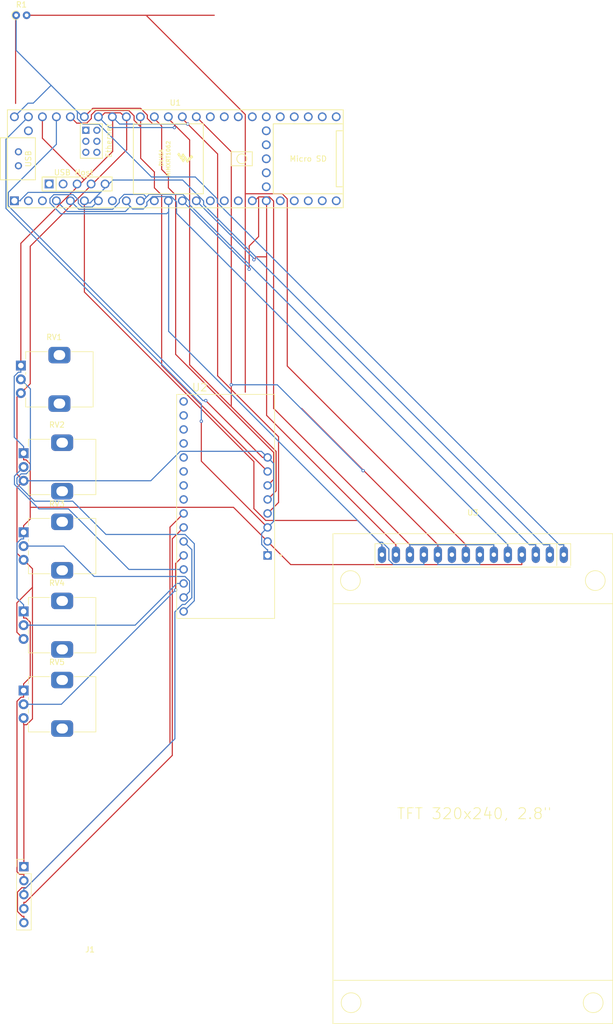
<source format=kicad_pcb>
(kicad_pcb (version 20240108) (generator "pcbnew") (generator_version "8.0")
  (layers (0 "F.Cu" signal) (31 "B.Cu" signal) (34 "B.Paste" user) (35 "F.Paste" user) (36 "B.SilkS" user "B.Silkscreen") (37 "F.SilkS" user "F.Silkscreen") (38 "B.Mask" user) (39 "F.Mask" user) (44 "Edge.Cuts" user))
  (net 0 "")
  (net 1 "Net-(U1-4_BCLK2)")
  (net 3 "Net-(U2-EN)")
  (net 61 "Net-(U1-VIN)")
  (net 62 "Net-(J1-Pin_2)")
  (net 63 "Net-(J1-Pin_3)")
  (net 64 "Net-(J1-Pin_1)")
  (net 65 "Net-(J1-Pin_4)")
  (net 66 "Net-(J1-Pin_5)")
  (net 67 "Net-(U2-C0)")
  (net 68 "Net-(U2-C3)")
  (net 69 "Net-(U2-C1)")
  (net 70 "Net-(U2-C2)")
  (net 71 "Net-(U2-C4)")
  (net 72 "Net-(U1-11_MOSI_CTX1)")
  (net 73 "Net-(U1-12_MISO_MQSL)")
  (net 74 "Net-(U1-19_A5_SCL)")
  (net 75 "Net-(U1-2_OUT2)")
  (net 76 "Net-(U1-22_A8_CTX1)")
  (net 77 "Net-(U1-21_A7_RX5_BCLK1)")
  (net 78 "Net-(U1-5_IN2)")
  (net 79 "Net-(U1-3_LRCLK2)")
  (net 80 "Net-(U1-13_SCK_LED)")
  (net 81 "Net-(U1-20_A6_TX5_LRCLK1)")
  (net 83 "Net-(U3-GND)")
  (net 84 "Net-(U3-LED)")
  (net 86 "Net-(U1-23_A9_CRX1_MCLK1)")
  (footprint "Potentiometer_THT:Potentiometer_Alps_RK09K_Single_Vertical" (layer "F.Cu") (at 15.95 122.65)
    (property "Reference" "RV4" (at 6.05 -5.15 0) (layer "F.SilkS"))
    (property "Value" "R_Potentiometer")
    (pad "1" thru_hole rect (at 0 0) (size 1.8 1.8) (drill 1) (layers "*.Cu" "*.Mask") (net 62 "Net-(J1-Pin_2)"))
    (pad "2" thru_hole circle (at 0 2.5) (size 1.8 1.8) (drill 1) (layers "*.Cu" "*.Mask") (net 70 "Net-(U2-C2)"))
    (pad "3" thru_hole circle (at 0 5) (size 1.8 1.8) (drill 1) (layers "*.Cu" "*.Mask") (net 64 "Net-(J1-Pin_1)"))
    (pad "MP" thru_hole roundrect (at 7 -1.9) (size 4 3) (drill oval 2.1 1.8) (layers "*.Cu" "*.Mask"))
    (pad "MP" thru_hole roundrect (at 7 6.9) (size 4 3) (drill oval 2.1 1.8) (layers "*.Cu" "*.Mask"))
  )
  (footprint "BOB-09056:MODULE_BOB-09056" (layer "F.Cu") (at 52.62 103.61)
    (property "Reference" "U2" (at -4.695 -21.589 0) (layer "F.SilkS") (effects (font (size 1.4 1.4))))
    (property "Value" "BOB-09056")
    (pad "JP1-1" thru_hole circle (at -7.62 19.05) (size 1.53 1.53) (drill 1.02) (layers "*.Cu" "*.Mask") (net 67 "Net-(U2-C0)"))
    (pad "JP1-2" thru_hole circle (at -7.62 16.51) (size 1.53 1.53) (drill 1.02) (layers "*.Cu" "*.Mask") (net 69 "Net-(U2-C1)"))
    (pad "JP1-3" thru_hole circle (at -7.62 13.97) (size 1.53 1.53) (drill 1.02) (layers "*.Cu" "*.Mask") (net 70 "Net-(U2-C2)"))
    (pad "JP1-4" thru_hole circle (at -7.62 11.43) (size 1.53 1.53) (drill 1.02) (layers "*.Cu" "*.Mask") (net 68 "Net-(U2-C3)"))
    (pad "JP1-5" thru_hole circle (at -7.62 8.89) (size 1.53 1.53) (drill 1.02) (layers "*.Cu" "*.Mask") (net 71 "Net-(U2-C4)"))
    (pad "JP1-6" thru_hole circle (at -7.62 6.35) (size 1.53 1.53) (drill 1.02) (layers "*.Cu" "*.Mask") (net 63 "Net-(J1-Pin_3)"))
    (pad "JP1-7" thru_hole circle (at -7.62 3.81) (size 1.53 1.53) (drill 1.02) (layers "*.Cu" "*.Mask") (net 65 "Net-(J1-Pin_4)"))
    (pad "JP1-8" thru_hole circle (at -7.62 1.27) (size 1.53 1.53) (drill 1.02) (layers "*.Cu" "*.Mask") (net 66 "Net-(J1-Pin_5)"))
    (pad "JP1-9" thru_hole circle (at -7.62 -1.27) (size 1.53 1.53) (drill 1.02) (layers "*.Cu" "*.Mask"))
    (pad "JP1-10" thru_hole circle (at -7.62 -3.81) (size 1.53 1.53) (drill 1.02) (layers "*.Cu" "*.Mask"))
    (pad "JP1-11" thru_hole circle (at -7.62 -6.35) (size 1.53 1.53) (drill 1.02) (layers "*.Cu" "*.Mask"))
    (pad "JP1-12" thru_hole circle (at -7.62 -8.89) (size 1.53 1.53) (drill 1.02) (layers "*.Cu" "*.Mask"))
    (pad "JP1-13" thru_hole circle (at -7.62 -11.43) (size 1.53 1.53) (drill 1.02) (layers "*.Cu" "*.Mask"))
    (pad "JP1-14" thru_hole circle (at -7.62 -13.97) (size 1.53 1.53) (drill 1.02) (layers "*.Cu" "*.Mask"))
    (pad "JP1-15" thru_hole circle (at -7.62 -16.51) (size 1.53 1.53) (drill 1.02) (layers "*.Cu" "*.Mask"))
    (pad "JP1-16" thru_hole circle (at -7.62 -19.05) (size 1.53 1.53) (drill 1.02) (layers "*.Cu" "*.Mask"))
    (pad "JP3-1" thru_hole rect (at 7.62 8.89) (size 1.53 1.53) (drill 1.02) (layers "*.Cu" "*.Mask") (net 64 "Net-(J1-Pin_1)"))
    (pad "JP3-2" thru_hole circle (at 7.62 6.35) (size 1.53 1.53) (drill 1.02) (layers "*.Cu" "*.Mask") (net 62 "Net-(J1-Pin_2)"))
    (pad "JP3-3" thru_hole circle (at 7.62 3.81) (size 1.53 1.53) (drill 1.02) (layers "*.Cu" "*.Mask") (net 3 "Net-(U2-EN)"))
    (pad "JP3-4" thru_hole circle (at 7.62 1.27) (size 1.53 1.53) (drill 1.02) (layers "*.Cu" "*.Mask") (net 74 "Net-(U1-19_A5_SCL)"))
    (pad "JP3-5" thru_hole circle (at 7.62 -1.27) (size 1.53 1.53) (drill 1.02) (layers "*.Cu" "*.Mask") (net 81 "Net-(U1-20_A6_TX5_LRCLK1)"))
    (pad "JP3-6" thru_hole circle (at 7.62 -3.81) (size 1.53 1.53) (drill 1.02) (layers "*.Cu" "*.Mask") (net 77 "Net-(U1-21_A7_RX5_BCLK1)"))
    (pad "JP3-7" thru_hole circle (at 7.62 -6.35) (size 1.53 1.53) (drill 1.02) (layers "*.Cu" "*.Mask") (net 76 "Net-(U1-22_A8_CTX1)"))
    (pad "JP3-8" thru_hole circle (at 7.62 -8.89) (size 1.53 1.53) (drill 1.02) (layers "*.Cu" "*.Mask") (net 86 "Net-(U1-23_A9_CRX1_MCLK1)"))
  )
  (footprint "Resistor_THT:R_Axial_DIN0204_L3.6mm_D1.6mm_P1.90mm_Vertical" (layer "F.Cu") (at 14.6 14.5)
    (property "Reference" "R1" (at 0.95 -1.92 0) (layer "F.SilkS"))
    (property "Value" "R")
    (pad "1" thru_hole circle (at 0 0) (size 1.4 1.4) (drill 0.7) (layers "*.Cu" "*.Mask") (net 61 "Net-(U1-VIN)"))
    (pad "2" thru_hole oval (at 1.9 0) (size 1.4 1.4) (drill 0.7) (layers "*.Cu" "*.Mask") (net 84 "Net-(U3-LED)"))
  )
  (footprint "teensy.pretty-master:Teensy41" (layer "F.Cu") (at 43.49 40.54)
    (property "Reference" "U1" (at 0 -10.16 0) (layer "F.SilkS"))
    (property "Value" "Teensy4.1")
    (fp_text user "USB Host" (at -18.4658 2.4892 0) (layer "F.SilkS"))
    (fp_text user "DVJ6A" (at -2.54 -0.18 -90) (layer "F.SilkS") (effects (font (size 0.7 0.7))))
    (fp_text user "Ethernet" (at -12.065 -3.2766 90) (layer "F.SilkS"))
    (fp_text user "Micro SD" (at 24.13 0 0) (layer "F.SilkS"))
    (fp_text user "MIMXRT1062" (at -1.27 0 -90) (layer "F.SilkS") (effects (font (size 0.7 0.7))))
    (fp_text user "USB" (at -26.67 0 -90) (layer "F.SilkS"))
    (pad "1" thru_hole rect (at -29.21 7.62) (size 1.6 1.6) (drill 1.1) (layers "*.Cu" "*.Mask") (net 83 "Net-(U3-GND)"))
    (pad "2" thru_hole circle (at -26.67 7.62) (size 1.6 1.6) (drill 1.1) (layers "*.Cu" "*.Mask"))
    (pad "3" thru_hole circle (at -24.13 7.62) (size 1.6 1.6) (drill 1.1) (layers "*.Cu" "*.Mask"))
    (pad "4" thru_hole circle (at -21.59 7.62) (size 1.6 1.6) (drill 1.1) (layers "*.Cu" "*.Mask") (net 75 "Net-(U1-2_OUT2)"))
    (pad "5" thru_hole circle (at -19.05 7.62) (size 1.6 1.6) (drill 1.1) (layers "*.Cu" "*.Mask") (net 79 "Net-(U1-3_LRCLK2)"))
    (pad "6" thru_hole circle (at -16.51 7.62) (size 1.6 1.6) (drill 1.1) (layers "*.Cu" "*.Mask") (net 1 "Net-(U1-4_BCLK2)"))
    (pad "7" thru_hole circle (at -13.97 7.62) (size 1.6 1.6) (drill 1.1) (layers "*.Cu" "*.Mask") (net 78 "Net-(U1-5_IN2)"))
    (pad "8" thru_hole circle (at -11.43 7.62) (size 1.6 1.6) (drill 1.1) (layers "*.Cu" "*.Mask"))
    (pad "9" thru_hole circle (at -8.89 7.62) (size 1.6 1.6) (drill 1.1) (layers "*.Cu" "*.Mask"))
    (pad "10" thru_hole circle (at -6.35 7.62) (size 1.6 1.6) (drill 1.1) (layers "*.Cu" "*.Mask"))
    (pad "11" thru_hole circle (at -3.81 7.62) (size 1.6 1.6) (drill 1.1) (layers "*.Cu" "*.Mask"))
    (pad "12" thru_hole circle (at -1.27 7.62) (size 1.6 1.6) (drill 1.1) (layers "*.Cu" "*.Mask"))
    (pad "13" thru_hole circle (at 1.27 7.62) (size 1.6 1.6) (drill 1.1) (layers "*.Cu" "*.Mask") (net 72 "Net-(U1-11_MOSI_CTX1)"))
    (pad "14" thru_hole circle (at 3.81 7.62) (size 1.6 1.6) (drill 1.1) (layers "*.Cu" "*.Mask") (net 73 "Net-(U1-12_MISO_MQSL)"))
    (pad "15" thru_hole circle (at 6.35 7.62) (size 1.6 1.6) (drill 1.1) (layers "*.Cu" "*.Mask"))
    (pad "16" thru_hole circle (at 8.89 7.62) (size 1.6 1.6) (drill 1.1) (layers "*.Cu" "*.Mask"))
    (pad "17" thru_hole circle (at 11.43 7.62) (size 1.6 1.6) (drill 1.1) (layers "*.Cu" "*.Mask"))
    (pad "18" thru_hole circle (at 13.97 7.62) (size 1.6 1.6) (drill 1.1) (layers "*.Cu" "*.Mask"))
    (pad "19" thru_hole circle (at 16.51 7.62) (size 1.6 1.6) (drill 1.1) (layers "*.Cu" "*.Mask"))
    (pad "20" thru_hole circle (at 19.05 7.62) (size 1.6 1.6) (drill 1.1) (layers "*.Cu" "*.Mask"))
    (pad "21" thru_hole circle (at 21.59 7.62) (size 1.6 1.6) (drill 1.1) (layers "*.Cu" "*.Mask"))
    (pad "22" thru_hole circle (at 24.13 7.62) (size 1.6 1.6) (drill 1.1) (layers "*.Cu" "*.Mask"))
    (pad "23" thru_hole circle (at 26.67 7.62) (size 1.6 1.6) (drill 1.1) (layers "*.Cu" "*.Mask"))
    (pad "24" thru_hole circle (at 29.21 7.62) (size 1.6 1.6) (drill 1.1) (layers "*.Cu" "*.Mask"))
    (pad "25" thru_hole circle (at 29.21 -7.62) (size 1.6 1.6) (drill 1.1) (layers "*.Cu" "*.Mask"))
    (pad "26" thru_hole circle (at 26.67 -7.62) (size 1.6 1.6) (drill 1.1) (layers "*.Cu" "*.Mask"))
    (pad "27" thru_hole circle (at 24.13 -7.62) (size 1.6 1.6) (drill 1.1) (layers "*.Cu" "*.Mask"))
    (pad "28" thru_hole circle (at 21.59 -7.62) (size 1.6 1.6) (drill 1.1) (layers "*.Cu" "*.Mask"))
    (pad "29" thru_hole circle (at 19.05 -7.62) (size 1.6 1.6) (drill 1.1) (layers "*.Cu" "*.Mask"))
    (pad "30" thru_hole circle (at 16.51 -7.62) (size 1.6 1.6) (drill 1.1) (layers "*.Cu" "*.Mask"))
    (pad "31" thru_hole circle (at 13.97 -7.62) (size 1.6 1.6) (drill 1.1) (layers "*.Cu" "*.Mask"))
    (pad "32" thru_hole circle (at 11.43 -7.62) (size 1.6 1.6) (drill 1.1) (layers "*.Cu" "*.Mask"))
    (pad "33" thru_hole circle (at 8.89 -7.62) (size 1.6 1.6) (drill 1.1) (layers "*.Cu" "*.Mask"))
    (pad "34" thru_hole circle (at 6.35 -7.62) (size 1.6 1.6) (drill 1.1) (layers "*.Cu" "*.Mask"))
    (pad "35" thru_hole circle (at 3.81 -7.62) (size 1.6 1.6) (drill 1.1) (layers "*.Cu" "*.Mask") (net 80 "Net-(U1-13_SCK_LED)"))
    (pad "36" thru_hole circle (at 1.27 -7.62) (size 1.6 1.6) (drill 1.1) (layers "*.Cu" "*.Mask"))
    (pad "37" thru_hole circle (at -1.27 -7.62) (size 1.6 1.6) (drill 1.1) (layers "*.Cu" "*.Mask"))
    (pad "38" thru_hole circle (at -3.81 -7.62) (size 1.6 1.6) (drill 1.1) (layers "*.Cu" "*.Mask"))
    (pad "39" thru_hole circle (at -6.35 -7.62) (size 1.6 1.6) (drill 1.1) (layers "*.Cu" "*.Mask"))
    (pad "40" thru_hole circle (at -8.89 -7.62) (size 1.6 1.6) (drill 1.1) (layers "*.Cu" "*.Mask"))
    (pad "41" thru_hole circle (at -11.43 -7.62) (size 1.6 1.6) (drill 1.1) (layers "*.Cu" "*.Mask") (net 74 "Net-(U1-19_A5_SCL)"))
    (pad "42" thru_hole circle (at -13.97 -7.62) (size 1.6 1.6) (drill 1.1) (layers "*.Cu" "*.Mask") (net 81 "Net-(U1-20_A6_TX5_LRCLK1)"))
    (pad "43" thru_hole circle (at -16.51 -7.62) (size 1.6 1.6) (drill 1.1) (layers "*.Cu" "*.Mask") (net 77 "Net-(U1-21_A7_RX5_BCLK1)"))
    (pad "44" thru_hole circle (at -19.05 -7.62) (size 1.6 1.6) (drill 1.1) (layers "*.Cu" "*.Mask") (net 76 "Net-(U1-22_A8_CTX1)"))
    (pad "45" thru_hole circle (at -21.59 -7.62) (size 1.6 1.6) (drill 1.1) (layers "*.Cu" "*.Mask") (net 86 "Net-(U1-23_A9_CRX1_MCLK1)"))
    (pad "46" thru_hole circle (at -24.13 -7.62) (size 1.6 1.6) (drill 1.1) (layers "*.Cu" "*.Mask") (net 62 "Net-(J1-Pin_2)"))
    (pad "47" thru_hole circle (at -26.67 -7.62) (size 1.6 1.6) (drill 1.1) (layers "*.Cu" "*.Mask") (net 3 "Net-(U2-EN)"))
    (pad "48" thru_hole circle (at -29.21 -7.62) (size 1.6 1.6) (drill 1.1) (layers "*.Cu" "*.Mask") (net 61 "Net-(U1-VIN)"))
    (pad "49" thru_hole circle (at -26.67 -5.08) (size 1.6 1.6) (drill 1.1) (layers "*.Cu" "*.Mask"))
    (pad "50" thru_hole circle (at 16.51 5.08) (size 1.6 1.6) (drill 1.1) (layers "*.Cu" "*.Mask"))
    (pad "51" thru_hole circle (at 16.51 2.54) (size 1.6 1.6) (drill 1.1) (layers "*.Cu" "*.Mask"))
    (pad "52" thru_hole circle (at 16.51 0) (size 1.6 1.6) (drill 1.1) (layers "*.Cu" "*.Mask"))
    (pad "53" thru_hole circle (at 16.51 -2.54) (size 1.6 1.6) (drill 1.1) (layers "*.Cu" "*.Mask"))
    (pad "54" thru_hole circle (at 16.51 -5.08) (size 1.6 1.6) (drill 1.1) (layers "*.Cu" "*.Mask"))
    (pad "55" thru_hole rect (at -22.9108 4.5692) (size 1.6 1.6) (drill 1.1) (layers "*.Cu" "*.Mask"))
    (pad "56" thru_hole circle (at -20.3708 4.5692) (size 1.6 1.6) (drill 1.1) (layers "*.Cu" "*.Mask"))
    (pad "57" thru_hole circle (at -17.8308 4.5692) (size 1.6 1.6) (drill 1.1) (layers "*.Cu" "*.Mask"))
    (pad "58" thru_hole circle (at -15.2908 4.5692) (size 1.6 1.6) (drill 1.1) (layers "*.Cu" "*.Mask"))
    (pad "59" thru_hole circle (at -12.7508 4.5692) (size 1.6 1.6) (drill 1.1) (layers "*.Cu" "*.Mask"))
    (pad "60" thru_hole rect (at -16.24 -5.1816) (size 1.3 1.3) (drill 0.8) (layers "*.Cu" "*.Mask"))
    (pad "61" thru_hole circle (at -16.24 -3.1816) (size 1.3 1.3) (drill 0.8) (layers "*.Cu" "*.Mask"))
    (pad "62" thru_hole circle (at -16.24 -1.1816) (size 1.3 1.3) (drill 0.8) (layers "*.Cu" "*.Mask"))
    (pad "63" thru_hole circle (at -14.24 -1.1816) (size 1.3 1.3) (drill 0.8) (layers "*.Cu" "*.Mask"))
    (pad "64" thru_hole circle (at -14.24 -3.1816) (size 1.3 1.3) (drill 0.8) (layers "*.Cu" "*.Mask"))
    (pad "65" thru_hole circle (at -14.24 -5.1816) (size 1.3 1.3) (drill 0.8) (layers "*.Cu" "*.Mask"))
    (pad "66" thru_hole circle (at -28.48 -1.27) (size 1.3 1.3) (drill 0.8) (layers "*.Cu" "*.Mask"))
    (pad "67" thru_hole circle (at -28.48 1.27) (size 1.3 1.3) (drill 0.8) (layers "*.Cu" "*.Mask"))
  )
  (footprint "Potentiometer_THT:Potentiometer_Alps_RK09K_Single_Vertical" (layer "F.Cu") (at 15.95 93.95)
    (property "Reference" "RV2" (at 6.05 -5.15 0) (layer "F.SilkS"))
    (property "Value" "R_Potentiometer")
    (pad "1" thru_hole rect (at 0 0) (size 1.8 1.8) (drill 1) (layers "*.Cu" "*.Mask") (net 62 "Net-(J1-Pin_2)"))
    (pad "2" thru_hole circle (at 0 2.5) (size 1.8 1.8) (drill 1) (layers "*.Cu" "*.Mask") (net 68 "Net-(U2-C3)"))
    (pad "3" thru_hole circle (at 0 5) (size 1.8 1.8) (drill 1) (layers "*.Cu" "*.Mask") (net 64 "Net-(J1-Pin_1)"))
    (pad "MP" thru_hole roundrect (at 7 -1.9) (size 4 3) (drill oval 2.1 1.8) (layers "*.Cu" "*.Mask"))
    (pad "MP" thru_hole roundrect (at 7 6.9) (size 4 3) (drill oval 2.1 1.8) (layers "*.Cu" "*.Mask"))
  )
  (footprint "BOB-09056:TFT-320x240 (1)" (layer "F.Cu") (at 97.5 112.36 180)
    (property "Reference" "U3" (at 0 7.62 0) (layer "F.SilkS"))
    (property "Value" "TFT_320x240")
    (fp_text user "TFT 320x240, 2.8\"" (at -0.254 -46.99 0) (layer "F.SilkS") (effects (font (size 2 2))))
    (pad "1" thru_hole oval (at -16.51 0 180) (size 1.5 3) (drill 0.8) (layers "*.Cu" "*.Mask") (net 61 "Net-(U1-VIN)"))
    (pad "2" thru_hole oval (at -13.97 0 180) (size 1.5 3) (drill 0.8) (layers "*.Cu" "*.Mask") (net 83 "Net-(U3-GND)"))
    (pad "3" thru_hole oval (at -11.43 0 180) (size 1.5 3) (drill 0.8) (layers "*.Cu" "*.Mask") (net 79 "Net-(U1-3_LRCLK2)"))
    (pad "4" thru_hole oval (at -8.89 0 180) (size 1.5 3) (drill 0.8) (layers "*.Cu" "*.Mask") (net 62 "Net-(J1-Pin_2)"))
    (pad "5" thru_hole oval (at -6.35 0 180) (size 1.5 3) (drill 0.8) (layers "*.Cu" "*.Mask") (net 75 "Net-(U1-2_OUT2)"))
    (pad "6" thru_hole oval (at -3.81 0 180) (size 1.5 3) (drill 0.8) (layers "*.Cu" "*.Mask") (net 72 "Net-(U1-11_MOSI_CTX1)"))
    (pad "7" thru_hole oval (at -1.27 0 180) (size 1.5 3) (drill 0.8) (layers "*.Cu" "*.Mask") (net 80 "Net-(U1-13_SCK_LED)"))
    (pad "8" thru_hole oval (at 1.27 0 180) (size 1.5 3) (drill 0.8) (layers "*.Cu" "*.Mask") (net 84 "Net-(U3-LED)"))
    (pad "9" thru_hole oval (at 3.81 0 180) (size 1.5 3) (drill 0.8) (layers "*.Cu" "*.Mask"))
    (pad "10" thru_hole oval (at 6.35 0 180) (size 1.5 3) (drill 0.8) (layers "*.Cu" "*.Mask") (net 80 "Net-(U1-13_SCK_LED)"))
    (pad "11" thru_hole oval (at 8.89 0 180) (size 1.5 3) (drill 0.8) (layers "*.Cu" "*.Mask") (net 78 "Net-(U1-5_IN2)"))
    (pad "12" thru_hole oval (at 11.43 0 180) (size 1.5 3) (drill 0.8) (layers "*.Cu" "*.Mask") (net 72 "Net-(U1-11_MOSI_CTX1)"))
    (pad "13" thru_hole oval (at 13.97 0 180) (size 1.5 3) (drill 0.8) (layers "*.Cu" "*.Mask") (net 73 "Net-(U1-12_MISO_MQSL)"))
    (pad "14" thru_hole oval (at 16.51 0 180) (size 1.5 3) (drill 0.8) (layers "*.Cu" "*.Mask") (net 1 "Net-(U1-4_BCLK2)"))
  )
  (footprint "Connector_PinHeader_2.54mm:PinHeader_1x05_P2.54mm_Vertical" (layer "F.Cu") (at 16 168.96)
    (property "Reference" "J1" (at 12 15.04 0) (layer "F.SilkS"))
    (property "Value" "Conn_01x05")
    (pad "1" thru_hole rect (at 0 0) (size 1.7 1.7) (drill 1) (layers "*.Cu" "*.Mask") (net 64 "Net-(J1-Pin_1)"))
    (pad "2" thru_hole oval (at 0 2.54) (size 1.7 1.7) (drill 1) (layers "*.Cu" "*.Mask") (net 62 "Net-(J1-Pin_2)"))
    (pad "3" thru_hole oval (at 0 5.08) (size 1.7 1.7) (drill 1) (layers "*.Cu" "*.Mask") (net 63 "Net-(J1-Pin_3)"))
    (pad "4" thru_hole oval (at 0 7.62) (size 1.7 1.7) (drill 1) (layers "*.Cu" "*.Mask") (net 65 "Net-(J1-Pin_4)"))
    (pad "5" thru_hole oval (at 0 10.16) (size 1.7 1.7) (drill 1) (layers "*.Cu" "*.Mask") (net 66 "Net-(J1-Pin_5)"))
  )
  (footprint "Potentiometer_THT:Potentiometer_Alps_RK09K_Single_Vertical" (layer "F.Cu") (at 15.45 78.05)
    (property "Reference" "RV1" (at 6.05 -5.15 0) (layer "F.SilkS"))
    (property "Value" "R_Potentiometer")
    (pad "1" thru_hole rect (at 0 0) (size 1.8 1.8) (drill 1) (layers "*.Cu" "*.Mask") (net 62 "Net-(J1-Pin_2)"))
    (pad "2" thru_hole circle (at 0 2.5) (size 1.8 1.8) (drill 1) (layers "*.Cu" "*.Mask") (net 67 "Net-(U2-C0)"))
    (pad "3" thru_hole circle (at 0 5) (size 1.8 1.8) (drill 1) (layers "*.Cu" "*.Mask") (net 64 "Net-(J1-Pin_1)"))
    (pad "MP" thru_hole roundrect (at 7 -1.9) (size 4 3) (drill oval 2.1 1.8) (layers "*.Cu" "*.Mask"))
    (pad "MP" thru_hole roundrect (at 7 6.9) (size 4 3) (drill oval 2.1 1.8) (layers "*.Cu" "*.Mask"))
  )
  (footprint "Potentiometer_THT:Potentiometer_Alps_RK09K_Single_Vertical" (layer "F.Cu") (at 15.95 137)
    (property "Reference" "RV5" (at 6.05 -5.15 0) (layer "F.SilkS"))
    (property "Value" "R_Potentiometer")
    (pad "1" thru_hole rect (at 0 0) (size 1.8 1.8) (drill 1) (layers "*.Cu" "*.Mask") (net 62 "Net-(J1-Pin_2)"))
    (pad "2" thru_hole circle (at 0 2.5) (size 1.8 1.8) (drill 1) (layers "*.Cu" "*.Mask") (net 71 "Net-(U2-C4)"))
    (pad "3" thru_hole circle (at 0 5) (size 1.8 1.8) (drill 1) (layers "*.Cu" "*.Mask") (net 64 "Net-(J1-Pin_1)"))
    (pad "MP" thru_hole roundrect (at 7 -1.9) (size 4 3) (drill oval 2.1 1.8) (layers "*.Cu" "*.Mask"))
    (pad "MP" thru_hole roundrect (at 7 6.9) (size 4 3) (drill oval 2.1 1.8) (layers "*.Cu" "*.Mask"))
  )
  (footprint "Potentiometer_THT:Potentiometer_Alps_RK09K_Single_Vertical" (layer "F.Cu") (at 15.95 108.3)
    (property "Reference" "RV3" (at 6.05 -5.15 0) (layer "F.SilkS"))
    (property "Value" "R_Potentiometer")
    (pad "1" thru_hole rect (at 0 0) (size 1.8 1.8) (drill 1) (layers "*.Cu" "*.Mask") (net 62 "Net-(J1-Pin_2)"))
    (pad "2" thru_hole circle (at 0 2.5) (size 1.8 1.8) (drill 1) (layers "*.Cu" "*.Mask") (net 69 "Net-(U2-C1)"))
    (pad "3" thru_hole circle (at 0 5) (size 1.8 1.8) (drill 1) (layers "*.Cu" "*.Mask") (net 64 "Net-(J1-Pin_1)"))
    (pad "MP" thru_hole roundrect (at 7 -1.9) (size 4 3) (drill oval 2.1 1.8) (layers "*.Cu" "*.Mask"))
    (pad "MP" thru_hole roundrect (at 7 6.9) (size 4 3) (drill oval 2.1 1.8) (layers "*.Cu" "*.Mask"))
  )
  (segment (start 57.7567 95.4777) (end 26.98 64.701) (width 0.2) (layer "F.Cu") (net 1))
  (segment (start 57.7567 104.011) (end 57.7567 95.4777) (width 0.2) (layer "F.Cu") (net 1))
  (segment (start 80.99 110.558) (end 76.5817 106.15) (width 0.2) (layer "F.Cu") (net 1))
  (segment (start 76.5817 106.15) (end 59.8953 106.15) (width 0.2) (layer "F.Cu") (net 1))
  (segment (start 80.99 112.36) (end 80.99 110.558) (width 0.2) (layer "F.Cu") (net 1))
  (segment (start 59.8953 106.15) (end 57.7567 104.011) (width 0.2) (layer "F.Cu") (net 1))
  (segment (start 26.98 64.701) (end 26.98 48.16) (width 0.2) (layer "F.Cu") (net 1))
  (segment (start 60.24 107.42) (end 48.2102 95.3902) (width 0.2) (layer "F.Cu") (net 3))
  (segment (start 48.2102 95.3902) (end 48.2102 88.152) (width 0.2) (layer "F.Cu") (net 3))
  (via (at 48.2102 88.152) (size 0.6) (drill 0.3) (layers "F.Cu" "B.Cu") (net 3))
  (segment (start 12.7494 49.5501) (end 48.2102 85.0109) (width 0.2) (layer "B.Cu") (net 3))
  (segment (start 48.2102 85.0109) (end 48.2102 88.152) (width 0.2) (layer "B.Cu") (net 3))
  (segment (start 16.82 32.92) (end 12.7494 36.9906) (width 0.2) (layer "B.Cu") (net 3))
  (segment (start 12.7494 36.9906) (end 12.7494 49.5501) (width 0.2) (layer "B.Cu") (net 3))
  (segment (start 14.6 14.5) (end 14.5 14.6) (width 0.2) (layer "F.Cu") (net 61))
  (segment (start 14.5 14.6) (end 14.5 30.5) (width 0.2) (layer "F.Cu") (net 61))
  (segment (start 20.9394 27.2093) (end 17.7011 30.4476) (width 0.2) (layer "B.Cu") (net 61))
  (segment (start 25.71 31.98) (end 20.9394 27.2093) (width 0.2) (layer "B.Cu") (net 61))
  (segment (start 16.7524 30.4476) (end 14.28 32.92) (width 0.2) (layer "B.Cu") (net 61))
  (segment (start 25.71 33.2551) (end 25.71 31.98) (width 0.2) (layer "B.Cu") (net 61))
  (segment (start 51.11 47.8289) (end 47.1184 43.8373) (width 0.2) (layer "B.Cu") (net 61))
  (segment (start 17.7011 30.4476) (end 16.7524 30.4476) (width 0.2) (layer "B.Cu") (net 61))
  (segment (start 47.1184 43.8373) (end 39.1592 43.8373) (width 0.2) (layer "B.Cu") (net 61))
  (segment (start 114.01 112.36) (end 114.01 110.558) (width 0.2) (layer "B.Cu") (net 61))
  (segment (start 29.5921 34.2702) (end 26.7251 34.2702) (width 0.2) (layer "B.Cu") (net 61))
  (segment (start 20.9394 27.2093) (end 14.6 20.87) (width 0.2) (layer "B.Cu") (net 61))
  (segment (start 27.0408 33.3108) (end 25.71 31.98) (width 0.2) (layer "B.Cu") (net 61))
  (segment (start 114.01 110.558) (end 113.189 110.558) (width 0.2) (layer "B.Cu") (net 61))
  (segment (start 39.1592 43.8373) (end 29.5921 34.2702) (width 0.2) (layer "B.Cu") (net 61))
  (segment (start 14.6 20.87) (end 14.6 14.5) (width 0.2) (layer "B.Cu") (net 61))
  (segment (start 113.189 110.558) (end 51.11 48.4791) (width 0.2) (layer "B.Cu") (net 61))
  (segment (start 26.7251 34.2702) (end 25.71 33.2551) (width 0.2) (layer "B.Cu") (net 61))
  (segment (start 51.11 48.4791) (end 51.11 47.8289) (width 0.2) (layer "B.Cu") (net 61))
  (segment (start 15.95 137) (end 15.95 138.202) (width 0.2) (layer "F.Cu") (net 62))
  (segment (start 17.1517 103.767) (end 17.1517 95.9027) (width 0.2) (layer "F.Cu") (net 62))
  (segment (start 15.45 78.05) (end 15.45 55.8676) (width 0.2) (layer "F.Cu") (net 62))
  (segment (start 16.3918 123.852) (end 15.95 123.852) (width 0.2) (layer "F.Cu") (net 62))
  (segment (start 17.1517 105.897) (end 17.1517 103.767) (width 0.2) (layer "F.Cu") (net 62))
  (segment (start 54.0469 103.767) (end 60.24 109.96) (width 0.2) (layer "F.Cu") (net 62))
  (segment (start 19.36 36.8082) (end 19.36 32.92) (width 0.2) (layer "F.Cu") (net 62))
  (segment (start 14.7483 138.953) (end 14.7483 169.888) (width 0.2) (layer "F.Cu") (net 62))
  (segment (start 15.45 55.8676) (end 26.9347 44.3829) (width 0.2) (layer "F.Cu") (net 62))
  (segment (start 16 170.348) (end 16 171.5) (width 0.2) (layer "F.Cu") (net 62))
  (segment (start 15.95 138.202) (end 15.4993 138.202) (width 0.2) (layer "F.Cu") (net 62))
  (segment (start 16.4007 95.1517) (end 15.95 95.1517) (width 0.2) (layer "F.Cu") (net 62))
  (segment (start 32.1208 39.1968) (end 32.1208 33.3108) (width 0.2) (layer "F.Cu") (net 62))
  (segment (start 17.1517 103.767) (end 54.0469 103.767) (width 0.2) (layer "F.Cu") (net 62))
  (segment (start 15.2082 170.348) (end 16 170.348) (width 0.2) (layer "F.Cu") (net 62))
  (segment (start 15.95 95.1517) (end 15.95 93.95) (width 0.2) (layer "F.Cu") (net 62))
  (segment (start 17.1552 134.593) (end 17.1552 124.615) (width 0.2) (layer "F.Cu") (net 62))
  (segment (start 106.39 114.162) (end 64.4417 114.162) (width 0.2) (layer "F.Cu") (net 62))
  (segment (start 14.7483 169.888) (end 15.2082 170.348) (width 0.2) (layer "F.Cu") (net 62))
  (segment (start 26.9347 44.3829) (end 19.36 36.8082) (width 0.2) (layer "F.Cu") (net 62))
  (segment (start 17.1517 95.9027) (end 16.4007 95.1517) (width 0.2) (layer "F.Cu") (net 62))
  (segment (start 15.4993 138.202) (end 14.7483 138.953) (width 0.2) (layer "F.Cu") (net 62))
  (segment (start 26.9347 44.3829) (end 32.1208 39.1968) (width 0.2) (layer "F.Cu") (net 62))
  (segment (start 15.95 108.3) (end 15.95 107.098) (width 0.2) (layer "F.Cu") (net 62))
  (segment (start 15.95 123.852) (end 15.95 122.65) (width 0.2) (layer "F.Cu") (net 62))
  (segment (start 64.4417 114.162) (end 60.24 109.96) (width 0.2) (layer "F.Cu") (net 62))
  (segment (start 106.39 112.36) (end 106.39 114.162) (width 0.2) (layer "F.Cu") (net 62))
  (segment (start 17.1552 124.615) (end 16.3918 123.852) (width 0.2) (layer "F.Cu") (net 62))
  (segment (start 15.95 137) (end 15.95 135.798) (width 0.2) (layer "F.Cu") (net 62))
  (segment (start 15.95 135.798) (end 17.1552 134.593) (width 0.2) (layer "F.Cu") (net 62))
  (segment (start 15.95 107.098) (end 17.1517 105.897) (width 0.2) (layer "F.Cu") (net 62))
  (segment (start 15.45 79.2517) (end 14.9993 79.2517) (width 0.2) (layer "B.Cu") (net 62))
  (segment (start 14.7483 120.247) (end 15.95 121.448) (width 0.2) (layer "B.Cu") (net 62))
  (segment (start 15.45 78.05) (end 15.45 79.2517) (width 0.2) (layer "B.Cu") (net 62))
  (segment (start 14.2483 91.0466) (end 15.95 92.7483) (width 0.2) (layer "B.Cu") (net 62))
  (segment (start 15.95 121.448) (end 15.95 122.65) (width 0.2) (layer "B.Cu") (net 62))
  (segment (start 15.95 109.502) (end 15.4994 109.502) (width 0.2) (layer "B.Cu") (net 62))
  (segment (start 14.7483 110.253) (end 14.7483 120.247) (width 0.2) (layer "B.Cu") (net 62))
  (segment (start 15.95 108.3) (end 15.95 109.502) (width 0.2) (layer "B.Cu") (net 62))
  (segment (start 14.9993 79.2517) (end 14.2483 80.0027) (width 0.2) (layer "B.Cu") (net 62))
  (segment (start 15.4994 109.502) (end 14.7483 110.253) (width 0.2) (layer "B.Cu") (net 62))
  (segment (start 15.95 92.7483) (end 15.95 93.95) (width 0.2) (layer "B.Cu") (net 62))
  (segment (start 14.2483 80.0027) (end 14.2483 91.0466) (width 0.2) (layer "B.Cu") (net 62))
  (segment (start 16 172.888) (end 16.2879 172.888) (width 0.2) (layer "B.Cu") (net 63))
  (segment (start 16 174.04) (end 16 172.888) (width 0.2) (layer "B.Cu") (net 63))
  (segment (start 16.2879 172.888) (end 43.4151 145.761) (width 0.2) (layer "B.Cu") (net 63))
  (segment (start 43.4151 145.761) (end 43.4151 122.728) (width 0.2) (layer "B.Cu") (net 63))
  (segment (start 44.7533 121.39) (end 45.2541 121.39) (width 0.2) (layer "B.Cu") (net 63))
  (segment (start 46.4901 111.45) (end 45 109.96) (width 0.2) (layer "B.Cu") (net 63))
  (segment (start 45.2541 121.39) (end 46.4901 120.154) (width 0.2) (layer "B.Cu") (net 63))
  (segment (start 46.4901 120.154) (end 46.4901 111.45) (width 0.2) (layer "B.Cu") (net 63))
  (segment (start 43.4151 122.728) (end 44.7533 121.39) (width 0.2) (layer "B.Cu") (net 63))
  (segment (start 17.5569 118.278) (end 17.5569 114.907) (width 0.2) (layer "F.Cu") (net 64))
  (segment (start 34.6608 38.9041) (end 34.6608 33.3108) (width 0.2) (layer "F.Cu") (net 64))
  (segment (start 14.7483 100.152) (end 15.95 98.95) (width 0.2) (layer "F.Cu") (net 64))
  (segment (start 17.1515 56.4134) (end 34.6608 38.9041) (width 0.2) (layer "F.Cu") (net 64))
  (segment (start 17.5569 142.152) (end 17.5569 118.278) (width 0.2) (layer "F.Cu") (net 64))
  (segment (start 14.7314 121.104) (end 14.7314 126.431) (width 0.2) (layer "F.Cu") (net 64))
  (segment (start 17.1515 81.3485) (end 17.1515 56.4134) (width 0.2) (layer "F.Cu") (net 64))
  (segment (start 15.95 98.95) (end 14.7483 97.7483) (width 0.2) (layer "F.Cu") (net 64))
  (segment (start 17.5569 114.907) (end 15.95 113.3) (width 0.2) (layer "F.Cu") (net 64))
  (segment (start 15.95 142) (end 15.95 143.153) (width 0.2) (layer "F.Cu") (net 64))
  (segment (start 14.7483 83.7517) (end 15.45 83.05) (width 0.2) (layer "F.Cu") (net 64))
  (segment (start 15.95 113.3) (end 14.7483 112.098) (width 0.2) (layer "F.Cu") (net 64))
  (segment (start 15.95 143.153) (end 16 143.203) (width 0.2) (layer "F.Cu") (net 64))
  (segment (start 34.6608 33.3108) (end 33.5448 32.1948) (width 0.2) (layer "F.Cu") (net 64))
  (segment (start 15.45 83.05) (end 17.1515 81.3485) (width 0.2) (layer "F.Cu") (net 64))
  (segment (start 16 143.203) (end 16.5055 143.203) (width 0.2) (layer "F.Cu") (net 64))
  (segment (start 16 143.203) (end 16 168.96) (width 0.2) (layer "F.Cu") (net 64))
  (segment (start 14.7483 97.7483) (end 14.7483 83.7517) (width 0.2) (layer "F.Cu") (net 64))
  (segment (start 16.5055 143.203) (end 17.5569 142.152) (width 0.2) (layer "F.Cu") (net 64))
  (segment (start 14.7483 112.098) (end 14.7483 100.152) (width 0.2) (layer "F.Cu") (net 64))
  (segment (start 14.7314 126.431) (end 15.95 127.65) (width 0.2) (layer "F.Cu") (net 64))
  (segment (start 33.5448 32.1948) (end 30.6968 32.1948) (width 0.2) (layer "F.Cu") (net 64))
  (segment (start 17.5569 118.278) (end 14.7314 121.104) (width 0.2) (layer "F.Cu") (net 64))
  (segment (start 30.6968 32.1948) (end 29.5808 33.3108) (width 0.2) (layer "F.Cu") (net 64))
  (segment (start 61.3447 106.315) (end 60.24 107.42) (width 0.2) (layer "B.Cu") (net 64))
  (segment (start 15.95 98.95) (end 39.04 98.95) (width 0.2) (layer "B.Cu") (net 64))
  (segment (start 59.1733 108.487) (end 59.1733 110.5) (width 0.2) (layer "B.Cu") (net 64))
  (segment (start 60.1065 111.433) (end 60.24 111.433) (width 0.2) (layer "B.Cu") (net 64))
  (segment (start 59.1262 93.6062) (end 61.3447 95.8247) (width 0.2) (layer "B.Cu") (net 64))
  (segment (start 44.3838 93.6062) (end 59.1262 93.6062) (width 0.2) (layer "B.Cu") (net 64))
  (segment (start 60.24 111.433) (end 60.24 112.5) (width 0.2) (layer "B.Cu") (net 64))
  (segment (start 59.1733 110.5) (end 60.1065 111.433) (width 0.2) (layer "B.Cu") (net 64))
  (segment (start 39.04 98.95) (end 44.3838 93.6062) (width 0.2) (layer "B.Cu") (net 64))
  (segment (start 61.3447 95.8247) (end 61.3447 106.315) (width 0.2) (layer "B.Cu") (net 64))
  (segment (start 60.24 107.42) (end 59.1733 108.487) (width 0.2) (layer "B.Cu") (net 64))
  (segment (start 45 107.42) (end 42.9403 109.48) (width 0.2) (layer "F.Cu") (net 65))
  (segment (start 16.2879 175.428) (end 16 175.428) (width 0.2) (layer "F.Cu") (net 65))
  (segment (start 42.9403 148.776) (end 16.2879 175.428) (width 0.2) (layer "F.Cu") (net 65))
  (segment (start 42.9403 109.48) (end 42.9403 148.776) (width 0.2) (layer "F.Cu") (net 65))
  (segment (start 16 175.428) (end 16 176.58) (width 0.2) (layer "F.Cu") (net 65))
  (segment (start 15.6327 172.77) (end 16.3914 172.77) (width 0.2) (layer "F.Cu") (net 66))
  (segment (start 14.843 173.56) (end 15.6327 172.77) (width 0.2) (layer "F.Cu") (net 66))
  (segment (start 42.5228 146.639) (end 42.5228 107.357) (width 0.2) (layer "F.Cu") (net 66))
  (segment (start 16 177.968) (end 15.7121 177.968) (width 0.2) (layer "F.Cu") (net 66))
  (segment (start 16 179.12) (end 16 177.968) (width 0.2) (layer "F.Cu") (net 66))
  (segment (start 42.5228 107.357) (end 45 104.88) (width 0.2) (layer "F.Cu") (net 66))
  (segment (start 15.7121 177.968) (end 14.843 177.099) (width 0.2) (layer "F.Cu") (net 66))
  (segment (start 14.843 177.099) (end 14.843 173.56) (width 0.2) (layer "F.Cu") (net 66))
  (segment (start 16.3914 172.77) (end 42.5228 146.639) (width 0.2) (layer "F.Cu") (net 66))
  (segment (start 30.8997 108.69) (end 24.8642 102.654) (width 0.2) (layer "B.Cu") (net 67))
  (segment (start 45 122.66) (end 46.9403 120.72) (width 0.2) (layer "B.Cu") (net 67))
  (segment (start 24.8642 102.654) (end 17.913 102.654) (width 0.2) (layer "B.Cu") (net 67))
  (segment (start 17.1824 82.2824) (end 15.45 80.55) (width 0.2) (layer "B.Cu") (net 67))
  (segment (start 15.4991 97.7) (end 16.4278 97.7) (width 0.2) (layer "B.Cu") (net 67))
  (segment (start 16.4278 97.7) (end 17.1824 96.9454) (width 0.2) (layer "B.Cu") (net 67))
  (segment (start 14.7399 99.4814) (end 14.7399 98.4592) (width 0.2) (layer "B.Cu") (net 67))
  (segment (start 14.7399 98.4592) (end 15.4991 97.7) (width 0.2) (layer "B.Cu") (net 67))
  (segment (start 17.1824 96.9454) (end 17.1824 82.2824) (width 0.2) (layer "B.Cu") (net 67))
  (segment (start 45.2562 108.69) (end 30.8997 108.69) (width 0.2) (layer "B.Cu") (net 67))
  (segment (start 46.9403 120.72) (end 46.9403 110.374) (width 0.2) (layer "B.Cu") (net 67))
  (segment (start 46.9403 110.374) (end 45.2562 108.69) (width 0.2) (layer "B.Cu") (net 67))
  (segment (start 17.913 102.654) (end 14.7399 99.4814) (width 0.2) (layer "B.Cu") (net 67))
  (segment (start 14.2887 99.6081) (end 14.2887 98.1113) (width 0.2) (layer "B.Cu") (net 68))
  (segment (start 24.0832 104.049) (end 18.7295 104.049) (width 0.2) (layer "B.Cu") (net 68))
  (segment (start 45 115.04) (end 35.0743 115.04) (width 0.2) (layer "B.Cu") (net 68))
  (segment (start 14.2887 98.1113) (end 15.95 96.45) (width 0.2) (layer "B.Cu") (net 68))
  (segment (start 35.0743 115.04) (end 24.0832 104.049) (width 0.2) (layer "B.Cu") (net 68))
  (segment (start 18.7295 104.049) (end 14.2887 99.6081) (width 0.2) (layer "B.Cu") (net 68))
  (segment (start 46.0768 117.145) (end 45.2421 116.31) (width 0.2) (layer "B.Cu") (net 69))
  (segment (start 46.0768 119.043) (end 46.0768 117.145) (width 0.2) (layer "B.Cu") (net 69))
  (segment (start 45.2421 116.31) (end 28.753 116.31) (width 0.2) (layer "B.Cu") (net 69))
  (segment (start 45 120.12) (end 46.0768 119.043) (width 0.2) (layer "B.Cu") (net 69))
  (segment (start 28.753 116.31) (end 23.243 110.8) (width 0.2) (layer "B.Cu") (net 69))
  (segment (start 23.243 110.8) (end 15.95 110.8) (width 0.2) (layer "B.Cu") (net 69))
  (segment (start 36.1927 125.15) (end 15.95 125.15) (width 0.2) (layer "B.Cu") (net 70))
  (segment (start 45 117.58) (end 43.7627 117.58) (width 0.2) (layer "B.Cu") (net 70))
  (segment (start 43.7627 117.58) (end 36.1927 125.15) (width 0.2) (layer "B.Cu") (net 70))
  (segment (start 43.542 113.958) (end 43.542 118.76) (width 0.2) (layer "F.Cu") (net 71))
  (segment (start 45 112.5) (end 43.542 113.958) (width 0.2) (layer "F.Cu") (net 71))
  (via (at 43.542 118.76) (size 0.6) (drill 0.3) (layers "F.Cu" "B.Cu") (net 71))
  (segment (start 43.542 118.76) (end 22.8025 139.5) (width 0.2) (layer "B.Cu") (net 71))
  (segment (start 22.8025 139.5) (end 15.95 139.5) (width 0.2) (layer "B.Cu") (net 71))
  (segment (start 61.3308 85.8191) (end 61.3308 48.2043) (width 0.2) (layer "F.Cu") (net 72))
  (segment (start 58.4918 47.5798) (end 57.5208 48.5508) (width 0.2) (layer "F.Cu") (net 72))
  (segment (start 58.6109 54.6536) (end 56.8977 56.3668) (width 0.2) (layer "F.Cu") (net 72))
  (segment (start 58.6109 47.6989) (end 58.6109 54.6536) (width 0.2) (layer "F.Cu") (net 72))
  (segment (start 86.07 112.36) (end 86.07 110.558) (width 0.2) (layer "F.Cu") (net 72))
  (segment (start 86.07 110.558) (end 61.3308 85.8191) (width 0.2) (layer "F.Cu") (net 72))
  (segment (start 58.4918 47.5798) (end 58.6109 47.6989) (width 0.2) (layer "F.Cu") (net 72))
  (segment (start 56.8977 56.3668) (end 56.8977 60.5629) (width 0.2) (layer "F.Cu") (net 72))
  (segment (start 60.5746 47.4481) (end 58.6235 47.4481) (width 0.2) (layer "F.Cu") (net 72))
  (segment (start 58.6235 47.4481) (end 58.4918 47.5798) (width 0.2) (layer "F.Cu") (net 72))
  (segment (start 61.3308 48.2043) (end 60.5746 47.4481) (width 0.2) (layer "F.Cu") (net 72))
  (via (at 56.8977 60.5629) (size 0.6) (drill 0.3) (layers "F.Cu" "B.Cu") (net 72))
  (segment (start 44.76 48.16) (end 56.8977 60.2977) (width 0.2) (layer "B.Cu") (net 72))
  (segment (start 86.07 110.558) (end 86.07 112.36) (width 0.2) (layer "B.Cu") (net 72))
  (segment (start 56.8977 60.2977) (end 56.8977 60.5629) (width 0.2) (layer "B.Cu") (net 72))
  (segment (start 101.31 110.558) (end 86.07 110.558) (width 0.2) (layer "B.Cu") (net 72))
  (segment (start 101.31 112.36) (end 101.31 110.558) (width 0.2) (layer "B.Cu") (net 72))
  (segment (start 83.53 112.36) (end 83.53 110.558) (width 0.2) (layer "F.Cu") (net 73))
  (segment (start 60.0608 58.3234) (end 60.0608 48.5508) (width 0.2) (layer "F.Cu") (net 73))
  (segment (start 83.53 110.558) (end 60.0608 87.0891) (width 0.2) (layer "F.Cu") (net 73))
  (segment (start 58.2756 58.3234) (end 57.7542 58.8448) (width 0.2) (layer "F.Cu") (net 73))
  (segment (start 60.0608 58.3234) (end 58.2756 58.3234) (width 0.2) (layer "F.Cu") (net 73))
  (segment (start 60.0608 87.0891) (end 60.0608 58.3234) (width 0.2) (layer "F.Cu") (net 73))
  (via (at 57.7542 58.8448) (size 0.6) (drill 0.3) (layers "F.Cu" "B.Cu") (net 73))
  (segment (start 47.3 48.16) (end 57.7542 58.6142) (width 0.2) (layer "B.Cu") (net 73))
  (segment (start 57.7542 58.6142) (end 57.7542 58.8448) (width 0.2) (layer "B.Cu") (net 73))
  (segment (start 62.228 90.9729) (end 51.1708 79.9157) (width 0.2) (layer "F.Cu") (net 74))
  (segment (start 62.228 102.892) (end 62.228 90.9729) (width 0.2) (layer "F.Cu") (net 74))
  (segment (start 45.7451 34.2351) (end 44.8208 33.3108) (width 0.2) (layer "F.Cu") (net 74))
  (segment (start 60.24 104.88) (end 62.228 102.892) (width 0.2) (layer "F.Cu") (net 74))
  (segment (start 51.1708 79.9157) (end 51.1708 39.6608) (width 0.2) (layer "F.Cu") (net 74))
  (segment (start 51.1708 39.6608) (end 45.7451 34.2351) (width 0.2) (layer "F.Cu") (net 74))
  (via (at 45.7451 34.2351) (size 0.6) (drill 0.3) (layers "F.Cu" "B.Cu") (net 74))
  (segment (start 32.06 32.92) (end 33.3751 34.2351) (width 0.2) (layer "B.Cu") (net 74))
  (segment (start 33.3751 34.2351) (end 45.7451 34.2351) (width 0.2) (layer "B.Cu") (net 74))
  (segment (start 103.85 112.36) (end 103.85 110.558) (width 0.2) (layer "B.Cu") (net 75))
  (segment (start 21.9 48.16) (end 23.8424 50.1024) (width 0.2) (layer "B.Cu") (net 75))
  (segment (start 35.7625 49.6525) (end 35.3181 49.2081) (width 0.2) (layer "B.Cu") (net 75))
  (segment (start 103.85 110.558) (end 43.7191 50.4274) (width 0.2) (layer "B.Cu") (net 75))
  (segment (start 34.4238 50.1024) (end 35.3181 49.2081) (width 0.2) (layer "B.Cu") (net 75))
  (segment (start 35.3181 49.2081) (end 34.6608 48.5508) (width 0.2) (layer "B.Cu") (net 75))
  (segment (start 23.8424 50.1024) (end 34.4238 50.1024) (width 0.2) (layer "B.Cu") (net 75))
  (segment (start 37.666 49.6525) (end 35.7625 49.6525) (width 0.2) (layer "B.Cu") (net 75))
  (segment (start 43.7191 48.3533) (end 42.7655 47.3997) (width 0.2) (layer "B.Cu") (net 75))
  (segment (start 43.7191 50.4274) (end 43.7191 48.3533) (width 0.2) (layer "B.Cu") (net 75))
  (segment (start 42.7655 47.3997) (end 39.3339 47.3997) (width 0.2) (layer "B.Cu") (net 75))
  (segment (start 38.3293 48.9892) (end 37.666 49.6525) (width 0.2) (layer "B.Cu") (net 75))
  (segment (start 38.3293 48.4043) (end 38.3293 48.9892) (width 0.2) (layer "B.Cu") (net 75))
  (segment (start 39.3339 47.3997) (end 38.3293 48.4043) (width 0.2) (layer "B.Cu") (net 75))
  (segment (start 37.2008 34.744) (end 37.2008 40.4462) (width 0.2) (layer "F.Cu") (net 76))
  (segment (start 27.4052 34.0741) (end 25.5941 34.0741) (width 0.2) (layer "F.Cu") (net 76))
  (segment (start 37.2008 34.744) (end 36.0064 33.5496) (width 0.2) (layer "F.Cu") (net 76))
  (segment (start 41.0108 78.0308) (end 60.24 97.26) (width 0.2) (layer "F.Cu") (net 76))
  (segment (start 29.0315 31.7841) (end 28.25 32.5656) (width 0.2) (layer "F.Cu") (net 76))
  (segment (start 28.25 32.5656) (end 28.25 33.2293) (width 0.2) (layer "F.Cu") (net 76))
  (segment (start 39.69 45.8088) (end 41.0108 47.1296) (width 0.2) (layer "F.Cu") (net 76))
  (segment (start 25.5941 34.0741) (end 24.44 32.92) (width 0.2) (layer "F.Cu") (net 76))
  (segment (start 41.0108 47.1296) (end 41.0108 78.0308) (width 0.2) (layer "F.Cu") (net 76))
  (segment (start 36.0064 32.7499) (end 35.0406 31.7841) (width 0.2) (layer "F.Cu") (net 76))
  (segment (start 37.2008 33.3108) (end 37.2008 34.744) (width 0.2) (layer "F.Cu") (net 76))
  (segment (start 35.0406 31.7841) (end 29.0315 31.7841) (width 0.2) (layer "F.Cu") (net 76))
  (segment (start 37.2008 40.4462) (end 39.69 42.9354) (width 0.2) (layer "F.Cu") (net 76))
  (segment (start 28.25 33.2293) (end 27.4052 34.0741) (width 0.2) (layer "F.Cu") (net 76))
  (segment (start 36.0064 33.5496) (end 36.0064 32.7499) (width 0.2) (layer "F.Cu") (net 76))
  (segment (start 39.69 42.9354) (end 39.69 45.8088) (width 0.2) (layer "F.Cu") (net 76))
  (segment (start 41.0108 42.4684) (end 42.23 43.6876) (width 0.2) (layer "F.Cu") (net 77))
  (segment (start 61.3446 93.811) (end 61.3446 98.6954) (width 0.2) (layer "F.Cu") (net 77))
  (segment (start 42.23 45.8088) (end 43.5508 47.1296) (width 0.2) (layer "F.Cu") (net 77))
  (segment (start 43.5508 47.1296) (end 43.5508 76.0172) (width 0.2) (layer "F.Cu") (net 77))
  (segment (start 28.5176 31.3824) (end 26.98 32.92) (width 0.2) (layer "F.Cu") (net 77))
  (segment (start 37.1812 31.3824) (end 28.5176 31.3824) (width 0.2) (layer "F.Cu") (net 77))
  (segment (start 40.6304 34.2004) (end 39.3836 34.2004) (width 0.2) (layer "F.Cu") (net 77))
  (segment (start 39.7408 33.3108) (end 40.6304 34.2004) (width 0.2) (layer "F.Cu") (net 77))
  (segment (start 38.41 33.2268) (end 38.41 32.6112) (width 0.2) (layer "F.Cu") (net 77))
  (segment (start 41.0108 34.5808) (end 41.0108 42.4684) (width 0.2) (layer "F.Cu") (net 77))
  (segment (start 42.23 43.6876) (end 42.23 45.8088) (width 0.2) (layer "F.Cu") (net 77))
  (segment (start 39.3836 34.2004) (end 38.41 33.2268) (width 0.2) (layer "F.Cu") (net 77))
  (segment (start 43.5508 76.0172) (end 61.3446 93.811) (width 0.2) (layer "F.Cu") (net 77))
  (segment (start 40.6304 34.2004) (end 41.0108 34.5808) (width 0.2) (layer "F.Cu") (net 77))
  (segment (start 61.3446 98.6954) (end 60.24 99.8) (width 0.2) (layer "F.Cu") (net 77))
  (segment (start 38.41 32.6112) (end 37.1812 31.3824) (width 0.2) (layer "F.Cu") (net 77))
  (segment (start 20.7297 48.5531) (end 22.6807 50.5041) (width 0.2) (layer "B.Cu") (net 78))
  (segment (start 80.99 110.558) (end 80.5275 110.096) (width 0.2) (layer "B.Cu") (net 78))
  (segment (start 29.52 48.16) (end 28.384 49.296) (width 0.2) (layer "B.Cu") (net 78))
  (segment (start 25.8783 47.9907) (end 24.9349 47.0473) (width 0.2) (layer "B.Cu") (net 78))
  (segment (start 81.0338 110.096) (end 80.5275 110.096) (width 0.2) (layer "B.Cu") (net 78))
  (segment (start 26.558 49.296) (end 25.8783 48.6163) (width 0.2) (layer "B.Cu") (net 78))
  (segment (start 82.26 111.322) (end 81.0338 110.096) (width 0.2) (layer "B.Cu") (net 78))
  (segment (start 28.384 49.296) (end 26.558 49.296) (width 0.2) (layer "B.Cu") (net 78))
  (segment (start 83.0943 114.162) (end 82.26 113.327) (width 0.2) (layer "B.Cu") (net 78))
  (segment (start 25.8783 48.6163) (end 25.8783 47.9907) (width 0.2) (layer "B.Cu") (net 78))
  (segment (start 80.5275 110.096) (end 42.2808 71.8491) (width 0.2) (layer "B.Cu") (net 78))
  (segment (start 42.2808 71.8491) (end 42.2808 50.1464) (width 0.2) (layer "B.Cu") (net 78))
  (segment (start 82.26 113.327) (end 82.26 111.322) (width 0.2) (layer "B.Cu") (net 78))
  (segment (start 21.428 47.0473) (end 20.7297 47.7456) (width 0.2) (layer "B.Cu") (net 78))
  (segment (start 88.61 112.36) (end 88.61 114.162) (width 0.2) (layer "B.Cu") (net 78))
  (segment (start 88.61 114.162) (end 83.0943 114.162) (width 0.2) (layer "B.Cu") (net 78))
  (segment (start 41.9231 50.5041) (end 42.2808 50.1464) (width 0.2) (layer "B.Cu") (net 78))
  (segment (start 24.9349 47.0473) (end 21.428 47.0473) (width 0.2) (layer "B.Cu") (net 78))
  (segment (start 22.6807 50.5041) (end 41.9231 50.5041) (width 0.2) (layer "B.Cu") (net 78))
  (segment (start 42.2808 50.1464) (end 42.2808 48.5508) (width 0.2) (layer "B.Cu") (net 78))
  (segment (start 80.99 112.36) (end 80.99 110.558) (width 0.2) (layer "B.Cu") (net 78))
  (segment (start 20.7297 47.7456) (end 20.7297 48.5531) (width 0.2) (layer "B.Cu") (net 78))
  (segment (start 107.764 110.558) (end 46.066 48.8608) (width 0.2) (layer "B.Cu") (net 79))
  (segment (start 108.93 112.36) (end 108.93 110.558) (width 0.2) (layer "B.Cu") (net 79))
  (segment (start 33.33 47.8712) (end 33.33 48.4789) (width 0.2) (layer "B.Cu") (net 79))
  (segment (start 46.066 48.8608) (end 46.066 48.2163) (width 0.2) (layer "B.Cu") (net 79))
  (segment (start 25.9792 49.6992) (end 24.44 48.16) (width 0.2) (layer "B.Cu") (net 79))
  (segment (start 46.066 48.2163) (end 44.8477 46.998) (width 0.2) (layer "B.Cu") (net 79))
  (segment (start 108.93 110.558) (end 107.764 110.558) (width 0.2) (layer "B.Cu") (net 79))
  (segment (start 38.7536 46.998) (end 38.2469 47.5047) (width 0.2) (layer "B.Cu") (net 79))
  (segment (start 44.8477 46.998) (end 38.7536 46.998) (width 0.2) (layer "B.Cu") (net 79))
  (segment (start 37.746 47.0038) (end 34.1974 47.0038) (width 0.2) (layer "B.Cu") (net 79))
  (segment (start 38.2469 47.5047) (end 37.746 47.0038) (width 0.2) (layer "B.Cu") (net 79))
  (segment (start 33.33 48.4789) (end 32.1097 49.6992) (width 0.2) (layer "B.Cu") (net 79))
  (segment (start 34.1974 47.0038) (end 33.33 47.8712) (width 0.2) (layer "B.Cu") (net 79))
  (segment (start 32.1097 49.6992) (end 25.9792 49.6992) (width 0.2) (layer "B.Cu") (net 79))
  (segment (start 38.2469 47.5047) (end 37.2008 48.5508) (width 0.2) (layer "B.Cu") (net 79))
  (segment (start 91.15 110.558) (end 77.6471 97.0552) (width 0.2) (layer "F.Cu") (net 80))
  (segment (start 77.5823 97.12) (end 77.6471 97.0552) (width 0.2) (layer "F.Cu") (net 80))
  (segment (start 53.65 85.4283) (end 53.65 81.5366) (width 0.2) (layer "F.Cu") (net 80))
  (segment (start 53.65 81.5366) (end 53.65 39.27) (width 0.2) (layer "F.Cu") (net 80))
  (segment (start 53.65 39.27) (end 47.3 32.92) (width 0.2) (layer "F.Cu") (net 80))
  (segment (start 91.15 112.36) (end 91.15 110.558) (width 0.2) (layer "F.Cu") (net 80))
  (segment (start 77.6471 97.0552) (end 66.4108 85.8191) (width 0.2) (layer "F.Cu") (net 80))
  (via (at 77.5823 97.12) (size 0.6) (drill 0.3) (layers "F.Cu" "B.Cu") (net 80))
  (via (at 53.65 81.5366) (size 0.6) (drill 0.3) (layers "F.Cu" "B.Cu") (net 80))
  (segment (start 98.77 112.36) (end 98.77 114.162) (width 0.2) (layer "B.Cu") (net 80))
  (segment (start 77.5823 97.12) (end 61.9989 81.5366) (width 0.2) (layer "B.Cu") (net 80))
  (segment (start 61.9989 81.5366) (end 53.65 81.5366) (width 0.2) (layer "B.Cu") (net 80))
  (segment (start 91.15 114.162) (end 91.15 112.36) (width 0.2) (layer "B.Cu") (net 80))
  (segment (start 98.77 114.162) (end 91.15 114.162) (width 0.2) (layer "B.Cu") (net 80))
  (segment (start 42.2808 33.3108) (end 43.3337 34.3637) (width 0.2) (layer "F.Cu") (net 81))
  (segment (start 43.3337 34.3637) (end 46.0908 37.1208) (width 0.2) (layer "F.Cu") (net 81))
  (segment (start 43.3337 34.3637) (end 43.3337 34.8731) (width 0.2) (layer "F.Cu") (net 81))
  (segment (start 61.7863 93.6141) (end 61.7863 100.794) (width 0.2) (layer "F.Cu") (net 81))
  (segment (start 46.0908 77.9186) (end 61.7863 93.6141) (width 0.2) (layer "F.Cu") (net 81))
  (segment (start 46.0908 37.1208) (end 46.0908 77.9186) (width 0.2) (layer "F.Cu") (net 81))
  (segment (start 61.7863 100.794) (end 60.24 102.34) (width 0.2) (layer "F.Cu") (net 81))
  (via (at 43.3337 34.8731) (size 0.6) (drill 0.3) (layers "F.Cu" "B.Cu") (net 81))
  (segment (start 29.52 32.92) (end 31.4731 34.8731) (width 0.2) (layer "B.Cu") (net 81))
  (segment (start 31.4731 34.8731) (end 43.3337 34.8731) (width 0.2) (layer "B.Cu") (net 81))
  (segment (start 29.921 46.6346) (end 16.7694 46.6346) (width 0.2) (layer "B.Cu") (net 83))
  (segment (start 44.8241 44.3925) (end 48.6308 48.1992) (width 0.2) (layer "B.Cu") (net 83))
  (segment (start 111.47 110.558) (end 111.47 112.36) (width 0.2) (layer "B.Cu") (net 83))
  (segment (start 16.7694 46.6346) (end 15.3817 48.0223) (width 0.2) (layer "B.Cu") (net 83))
  (segment (start 27.0408 48.5508) (end 28.1425 48.5508) (width 0.2) (layer "B.Cu") (net 83))
  (segment (start 48.6308 48.1992) (end 48.6308 48.8672) (width 0.2) (layer "B.Cu") (net 83))
  (segment (start 29.921 46.6346) (end 32.1631 44.3925) (width 0.2) (layer "B.Cu") (net 83))
  (segment (start 28.1425 48.5508) (end 28.1425 48.4131) (width 0.2) (layer "B.Cu") (net 83))
  (segment (start 15.3817 48.16) (end 14.28 48.16) (width 0.2) (layer "B.Cu") (net 83))
  (segment (start 32.1631 44.3925) (end 44.8241 44.3925) (width 0.2) (layer "B.Cu") (net 83))
  (segment (start 110.322 110.558) (end 111.47 110.558) (width 0.2) (layer "B.Cu") (net 83))
  (segment (start 15.3817 48.0223) (end 15.3817 48.16) (width 0.2) (layer "B.Cu") (net 83))
  (segment (start 48.6308 48.8672) (end 110.322 110.558) (width 0.2) (layer "B.Cu") (net 83))
  (segment (start 28.1425 48.4131) (end 29.921 46.6346) (width 0.2) (layer "B.Cu") (net 83))
  (segment (start 38.1876 14.5) (end 16.5 14.5) (width 0.2) (layer "F.Cu") (net 84))
  (segment (start 50.5576 14.5) (end 38.1876 14.5) (width 0.2) (layer "F.Cu") (net 84))
  (segment (start 56.19 82.8883) (end 56.19 46.884) (width 0.2) (layer "F.Cu") (net 84))
  (segment (start 62.8953 46.884) (end 63.81 47.7987) (width 0.2) (layer "F.Cu") (net 84))
  (segment (start 63.81 78.1383) (end 68.9508 83.2791) (width 0.2) (layer "F.Cu") (net 84))
  (segment (start 96.23 110.558) (end 96.23 112.36) (width 0.2) (layer "F.Cu") (net 84))
  (segment (start 68.9508 83.2791) (end 96.23 110.558) (width 0.2) (layer "F.Cu") (net 84))
  (segment (start 56.19 46.884) (end 62.8953 46.884) (width 0.2) (layer "F.Cu") (net 84))
  (segment (start 56.19 46.884) (end 56.19 32.5024) (width 0.2) (layer "F.Cu") (net 84))
  (segment (start 63.81 47.7987) (end 63.81 78.1383) (width 0.2) (layer "F.Cu") (net 84))
  (segment (start 56.19 32.5024) (end 38.1876 14.5) (width 0.2) (layer "F.Cu") (net 84))
  (segment (start 60.24 94.72) (end 59.3242 94.72) (width 0.2) (layer "F.Cu") (net 86))
  (segment (start 59.3242 94.72) (end 49.0093 84.4051) (width 0.2) (layer "F.Cu") (net 86))
  (via (at 49.0093 84.4051) (size 0.6) (drill 0.3) (layers "F.Cu" "B.Cu") (net 86))
  (segment (start 21.9 37.9146) (end 21.9 32.92) (width 0.2) (layer "B.Cu") (net 86))
  (segment (start 49.0093 84.4051) (end 48.4984 84.4051) (width 0.2) (layer "B.Cu") (net 86))
  (segment (start 13.1783 49.085) (end 13.1783 46.6363) (width 0.2) (layer "B.Cu") (net 86))
  (segment (start 13.1783 46.6363) (end 21.9 37.9146) (width 0.2) (layer "B.Cu") (net 86))
  (segment (start 48.4984 84.4051) (end 13.1783 49.085) (width 0.2) (layer "B.Cu") (net 86))
)
</source>
